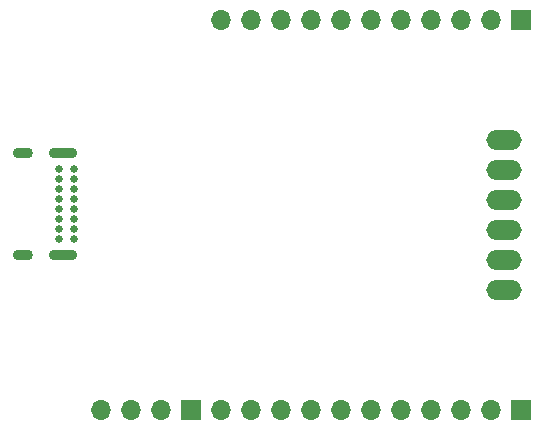
<source format=gbs>
G04 #@! TF.GenerationSoftware,KiCad,Pcbnew,7.0.5-0*
G04 #@! TF.CreationDate,2024-02-05T02:45:17-05:00*
G04 #@! TF.ProjectId,keystone-esp,6b657973-746f-46e6-952d-6573702e6b69,rev?*
G04 #@! TF.SameCoordinates,Original*
G04 #@! TF.FileFunction,Soldermask,Bot*
G04 #@! TF.FilePolarity,Negative*
%FSLAX46Y46*%
G04 Gerber Fmt 4.6, Leading zero omitted, Abs format (unit mm)*
G04 Created by KiCad (PCBNEW 7.0.5-0) date 2024-02-05 02:45:17*
%MOMM*%
%LPD*%
G01*
G04 APERTURE LIST*
%ADD10R,1.700000X1.700000*%
%ADD11O,1.700000X1.700000*%
%ADD12O,3.000000X1.700000*%
%ADD13C,0.650000*%
%ADD14O,1.700000X0.900000*%
%ADD15O,2.400000X0.900000*%
G04 APERTURE END LIST*
D10*
G04 #@! TO.C,J7*
X192532000Y-112141000D03*
D11*
X189992000Y-112141000D03*
X187452000Y-112141000D03*
X184912000Y-112141000D03*
G04 #@! TD*
D12*
G04 #@! TO.C,J3*
X219075000Y-89281000D03*
X219075000Y-91821000D03*
X219075000Y-94361000D03*
X219075000Y-96901000D03*
X219075000Y-99441000D03*
X219075000Y-101981000D03*
G04 #@! TD*
D10*
G04 #@! TO.C,J4*
X220472000Y-79121000D03*
D11*
X217932000Y-79121000D03*
X215392000Y-79121000D03*
X212852000Y-79121000D03*
X210312000Y-79121000D03*
X207772000Y-79121000D03*
X205232000Y-79121000D03*
X202692000Y-79121000D03*
X200152000Y-79121000D03*
X197612000Y-79121000D03*
X195072000Y-79121000D03*
G04 #@! TD*
D10*
G04 #@! TO.C,J2*
X220472000Y-112141000D03*
D11*
X217932000Y-112141000D03*
X215392000Y-112141000D03*
X212852000Y-112141000D03*
X210312000Y-112141000D03*
X207772000Y-112141000D03*
X205232000Y-112141000D03*
X202692000Y-112141000D03*
X200152000Y-112141000D03*
X197612000Y-112141000D03*
X195072000Y-112141000D03*
G04 #@! TD*
D13*
G04 #@! TO.C,J1*
X182706000Y-91723000D03*
X182706000Y-92573000D03*
X182706000Y-93423000D03*
X182706000Y-94273000D03*
X182706000Y-95123000D03*
X182706000Y-95973000D03*
X182706000Y-96823000D03*
X182706000Y-97673000D03*
X181356000Y-97673000D03*
X181356000Y-96823000D03*
X181356000Y-95973000D03*
X181356000Y-95123000D03*
X181356000Y-94273000D03*
X181356000Y-93423000D03*
X181356000Y-92573000D03*
X181356000Y-91723000D03*
D14*
X178346000Y-90373000D03*
X178346000Y-99023000D03*
D15*
X181726000Y-90373000D03*
X181726000Y-99023000D03*
G04 #@! TD*
M02*

</source>
